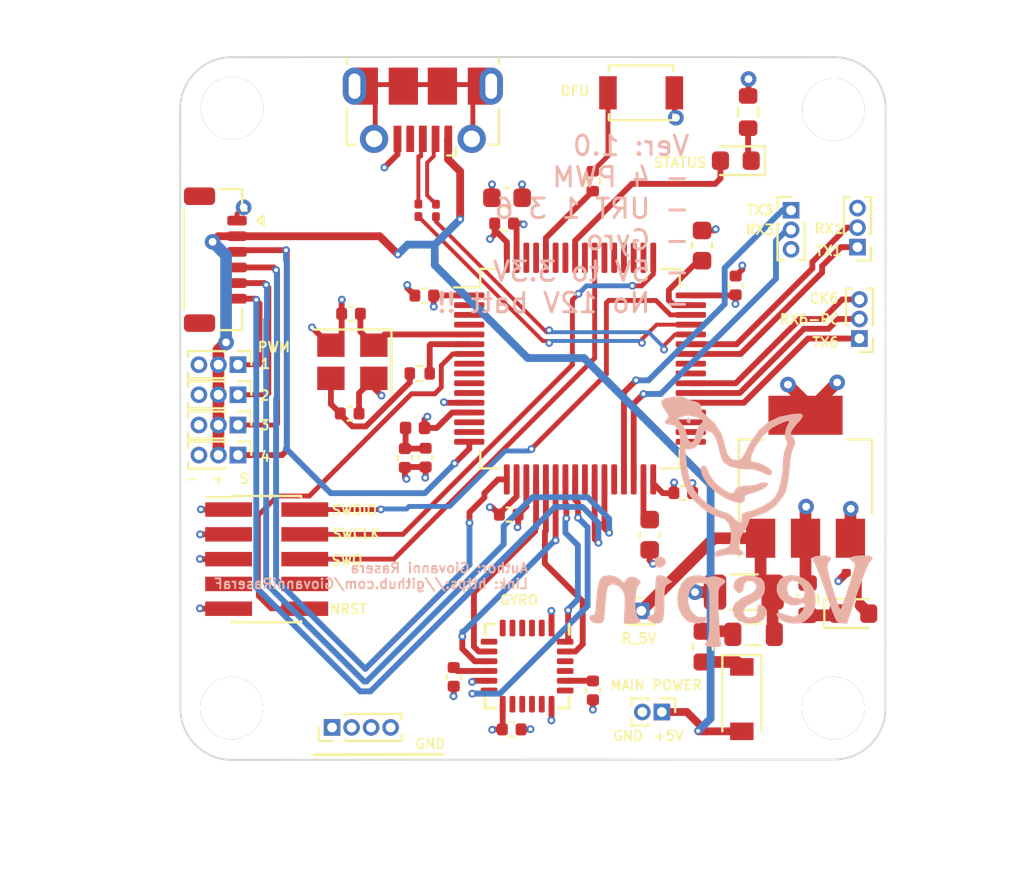
<source format=kicad_pcb>
(kicad_pcb (version 20211014) (generator pcbnew)
  (layers (0 "F.Cu" signal) (1 "In1.Cu" signal) (2 "In2.Cu" signal) (31 "B.Cu" signal) (34 "B.Paste" user) (35 "F.Paste" user) (36 "B.SilkS" user "B.Silkscreen") (37 "F.SilkS" user "F.Silkscreen") (38 "B.Mask" user) (39 "F.Mask" user) (44 "Edge.Cuts" user))
  (net 0 "")
  (net 1 "BUCK_VOUT_3V3")
  (net 2 "GND")
  (net 3 "+3.3VA")
  (net 4 "HSE_IN")
  (net 5 "BUCK_IN")
  (net 6 "Net-(C3-Pad1)")
  (net 7 "Net-(D1-Pad1)")
  (net 8 "Net-(D101-Pad1)")
  (net 9 "+5V")
  (net 10 "Net-(C316-Pad1)")
  (net 11 "Net-(F101-Pad2)")
  (net 12 "USB_CONN_D-")
  (net 13 "USB_CONN_D+")
  (net 14 "Net-(C317-Pad1)")
  (net 15 "Net-(D102-Pad1)")
  (net 16 "SWDIO")
  (net 17 "SWCLK")
  (net 18 "SWO")
  (net 19 "NRST")
  (net 20 "Net-(C1-Pad1)")
  (net 21 "BOOT0")
  (net 22 "HSE_OUT")
  (net 32 "Net-(C12-Pad1)")
  (net 34 "PWM4")
  (net 35 "PWM3")
  (net 37 "USART6_TX")
  (net 42 "USART6_RX")
  (net 45 "USART6_CK")
  (net 46 "USART1_TX")
  (net 47 "USB_D-")
  (net 48 "USB_D+")
  (net 55 "LED0")
  (net 56 "PWM1")
  (net 57 "GYRO_INT_EXTI")
  (net 58 "Net-(R1-Pad2)")
  (net 60 "USART1_RX")
  (net 62 "USART3_TX")
  (net 66 "MPU6000_CS_PIN")
  (net 67 "GYRO_SCK_PIN")
  (net 68 "GYRO_MISO_PIN")
  (net 69 "GYRO_MOSI_PIN")
  (net 70 "PWM2")
  (net 72 "USART3_RX")
  (net 74 "unconnected-(J201-Pad6)")
  (footprint "Connector_PinHeader_1.00mm:PinHeader_1x03_P1.00mm_Vertical" (layer "F.Cu") (at 130.89 103.46 -90)
    (fp_text reference "J208")
    (fp_text value "Conn_01x03_Female")
  )
  (footprint "Capacitor_SMD:C_0402_1005Metric" (layer "F.Cu") (at 144.76 106.51 180)
    (fp_text reference "C8")
    (fp_text value "100n")
  )
  (footprint "Capacitor_SMD:C_0402_1005Metric" (layer "F.Cu") (at 156.38 94.77 90)
    (fp_text reference "C5")
    (fp_text value "100n")
  )
  (footprint "Resistor_SMD:R_0201_0603Metric" (layer "F.Cu") (at 140.13 90.92 -90)
    (fp_text reference "R201")
    (fp_text value "22")
  )
  (footprint "Resistor_SMD:R_0402_1005Metric" (layer "F.Cu") (at 149.06 89.43 90)
    (fp_text reference "R1")
    (fp_text value "10K")
  )
  (footprint "Package_TO_SOT_SMD:SOT-223" (layer "F.Cu") (at 159.96 104.57 90)
    (fp_text reference "VR101")
    (fp_text value "LM3940IMP-3.3/NOPB")
  )
  (footprint "Capacitor_SMD:C_0402_1005Metric" (layer "F.Cu") (at 144.52 91.6)
    (fp_text reference "C6")
    (fp_text value "100n")
  )
  (footprint "Capacitor_SMD:C_0402_1005Metric" (layer "F.Cu") (at 136.61 101.33)
    (fp_text reference "C12")
    (fp_text value "12p")
  )
  (footprint "Capacitor_SMD:C_0402_1005Metric" (layer "F.Cu") (at 153.698 105.402)
    (fp_text reference "C4")
    (fp_text value "100n")
  )
  (footprint "Capacitor_SMD:C_0402_1005Metric" (layer "F.Cu") (at 149.07 115.51 -90)
    (fp_text reference "C317")
    (fp_text value "22n")
  )
  (footprint "Crystal:Crystal_SMD_3225-4Pin_3.2x2.5mm" (layer "F.Cu") (at 136.75 98.68 180)
    (fp_text reference "Y1")
    (fp_text value "16MHz")
  )
  (footprint "Resistor_SMD:R_0201_0603Metric" (layer "F.Cu") (at 141.03 90.93 90)
    (fp_text reference "R202")
    (fp_text value "22")
  )
  (footprint "Connector_PinHeader_1.00mm:PinHeader_1x03_P1.00mm_Vertical" (layer "F.Cu") (at 162.62 92.81 180)
    (fp_text reference "J210")
    (fp_text value "Conn_01x03_Female")
  )
  (footprint "Connector_PinHeader_1.00mm:PinHeader_1x02_P1.00mm_Vertical" (layer "F.Cu") (at 152.6 116.62 -90)
    (fp_text reference "J202")
    (fp_text value "BATTERY")
  )
  (footprint "Sensor_Motion:InvenSense_QFN-24_4x4mm_P0.5mm" (layer "F.Cu") (at 145.7 114.27 -90)
    (fp_text reference "U303")
    (fp_text value "MPU-6000")
  )
  (footprint "Connector_USB:USB_Micro-B_Molex-105017-0001" (layer "F.Cu") (at 140.36 85.8 180)
    (fp_text reference "J201")
    (fp_text value "USB_B_Micro")
  )
  (footprint "Capacitor_SMD:C_0402_1005Metric" (layer "F.Cu") (at 141.94 114.82 -90)
    (fp_text reference "C316")
    (fp_text value "100n")
  )
  (footprint "Capacitor_SMD:C_0603_1608Metric" (layer "F.Cu") (at 151.9765 107.54 -90)
    (fp_text reference "C1")
    (fp_text value "2u2")
  )
  (footprint "Connector_Hirose:Hirose_DF52-6S-0.8H_1x06-1MP_P0.80mm_Horizontal" (layer "F.Cu") (at 129.73 93.45 -90)
    (fp_text reference "J204")
    (fp_text value "Conn_01x06_Male")
  )
  (footprint "Capacitor_SMD:C_0402_1005Metric" (layer "F.Cu") (at 139.44 103.61 -90)
    (fp_text reference "C9")
    (fp_text value "1u")
  )
  (footprint "LED_SMD:LED_0603_1608Metric" (layer "F.Cu") (at 162.41 111.58)
    (fp_text reference "D102")
    (fp_text value "RED")
  )
  (footprint "Connector_PinHeader_1.00mm:PinHeader_1x03_P1.00mm_Vertical" (layer "F.Cu") (at 130.89 101.92 -90)
    (fp_text reference "J207")
    (fp_text value "Conn_01x03_Female")
  )
  (footprint "Resistor_SMD:R_0603_1608Metric" (layer "F.Cu") (at 157.02 85.89 -90)
    (fp_text reference "R3")
    (fp_text value "1K5")
  )
  (footprint "Resistor_SMD:R_0402_1005Metric" (layer "F.Cu") (at 140.2 99.28 180)
    (fp_text reference "R2")
    (fp_text value "47")
  )
  (footprint "LED_SMD:LED_0603_1608Metric" (layer "F.Cu") (at 156.39 88.38 180)
    (fp_text reference "D1")
    (fp_text value "BLUE")
  )
  (footprint "Fuse:Fuse_0603_1608Metric" (layer "F.Cu") (at 154.7 113.27 90)
    (fp_text reference "F101")
    (fp_text value "250mA")
  )
  (footprint "Diode_SMD:D_SOD-123" (layer "F.Cu") (at 156.7 115.96 -90)
    (fp_text reference "D101")
    (fp_text value "B5819W")
  )
  (footprint "Connector_PinHeader_1.00mm:PinHeader_1x03_P1.00mm_Vertical" (layer "F.Cu") (at 162.72 97.49 180)
    (fp_text reference "J209")
    (fp_text value "Conn_01x03_Female")
  )
  (footprint "Capacitor_SMD:C_0402_1005Metric" (layer "F.Cu") (at 140.5 103.59 -90)
    (fp_text reference "C10")
    (fp_text value "10n")
  )
  (footprint "Inductor_SMD:L_0805_2012Metric" (layer "F.Cu") (at 157.3 112.64)
    (fp_text reference "FB101")
    (fp_text value "600 @ 600MHz")
  )
  (footprint "Capacitor_SMD:C_0402_1005Metric" (layer "F.Cu") (at 136.68 96.22 180)
    (fp_text reference "C11")
    (fp_text value "12p")
  )
  (footprint "MountingHole:MountingHole_3.2mm_M3" (layer "F.Cu") (at 161.38 116.42)
    (fp_text reference "H201")
    (fp_text value "MountingHole_Pad")
  )
  (footprint "Connector_PinHeader_1.27mm:PinHeader_2x05_P1.27mm_Vertical_SMD" (layer "F.Cu") (at 132.36 108.79)
    (fp_text reference "J203")
    (fp_text value "SWD_CONN")
  )
  (footprint "Connector_PinHeader_1.00mm:PinHeader_1x03_P1.00mm_Vertical" (layer "F.Cu") (at 130.89 100.37 -90)
    (fp_text reference "J206")
    (fp_text value "Conn_01x03_Female" hide)
  )
  (footprint "Capacitor_SMD:C_0603_1608Metric" (layer "F.Cu") (at 154.66 92.73 90)
    (fp_text reference "C3")
    (fp_text value "2u2")
  )
  (footprint "MountingHole:MountingHole_3.2mm_M3" (layer "F.Cu") (at 161.39 85.77)
    (fp_text reference "H203")
    (fp_text value "MountingHole_Pad")
  )
  (footprint "Capacitor_SMD:C_0603_1608Metric" (layer "F.Cu") (at 144.67 90.28)
    (fp_text reference "C2")
    (fp_text value "4u7")
  )
  (footprint "Capacitor_SMD:C_0402_1005Metric" (layer "F.Cu") (at 140.43 95.29 180)
    (fp_text reference "C7")
    (fp_text value "100n")
  )
  (footprint "MountingHole:MountingHole_3.2mm_M3" (layer "F.Cu") (at 130.59 85.69)
    (fp_text reference "H204")
    (fp_text value "MountingHole_Pad")
  )
  (footprint "Inductor_SMD:L_0402_1005Metric" (layer "F.Cu") (at 139.96 102.07 180)
    (fp_text reference "L1")
    (fp_text value "39n")
  )
  (footprint "Capacitor_SMD:C_0402_1005Metric" (layer "F.Cu") (at 144.91 117.51)
    (fp_text reference "C315")
    (fp_text value "100n")
  )
  (footprint "Connector_PinHeader_1.00mm:PinHeader_1x03_P1.00mm_Vertical" (layer "F.Cu") (at 159.22 90.92)
    (fp_text reference "J211")
    (fp_text value "Conn_01x03_Female")
  )
  (footprint "MountingHole:MountingHole_3.2mm_M3" (layer "F.Cu") (at 130.57 116.42)
    (fp_text reference "H202")
    (fp_text value "MountingHole_Pad")
  )
  (footprint "Connector_PinHeader_1.00mm:PinHeader_1x03_P1.00mm_Vertical" (layer "F.Cu") (at 130.89 98.83 -90)
    (fp_text reference "J205")
    (fp_text value "Conn_01x03_Female")
  )
  (footprint "Capacitor_SMD:C_1206_3216Metric" (layer "F.Cu") (at 156.8 110.48 180)
    (fp_text reference "C101")
    (fp_text value "0u47")
  )
  (footprint "Package_QFP:LQFP-64_10x10mm_P0.5mm" (layer "F.Cu") (at 148.41 99.03)
    (fp_text reference "U1")
    (fp_text value "STM32F405RGT6")
  )
  (footprint "Button_Switch_SMD:SW_SPST_B3U-1000P" (layer "F.Cu") (at 151.54 84.905 180)
    (fp_text reference "SW1")
    (fp_text value "SW_SPDT")
  )
  (footprint "Connector_PinHeader_1.00mm:PinHeader_1x01_P1.00mm_Vertical" (layer "F.Cu") (at 151.55 111.44)
    (fp_text reference "J101")
    (fp_text value "+5V")
  )
  (footprint "Capacitor_SMD:C_0201_0603Metric" (layer "F.Cu") (at 162.37 109.49 180)
    (fp_text reference "C102")
    (fp_text value "33u")
  )
  (footprint "Connector_PinHeader_1.00mm:PinHeader_1x04_P1.00mm_Vertical" (layer "F.Cu") (at 135.71 117.41 90)
    (fp_text reference "J102")
    (fp_text value "GND")
  )
  (footprint "Resistor_SMD:R_0603_1608Metric" (layer "F.Cu") (at 160.07 110.84 -90)
    (fp_text reference "R101")
    (fp_text value "1K")
  )
  (footprint "Footprints:LogoVespin20x17p5" (layer "B.Cu") (at 156.23 106.85 180)
    (fp_text reference "G***")
    (fp_text value "LOGO" hide)
  )
  (gr_line (start 134.79 118.8) (end 141.37 118.79) (layer "F.SilkS") (width 0.15))
  (gr_arc (start 130.548478 119.07) (mid 128.710272 118.299778) (end 127.940001 116.461592) (layer "Edge.Cuts") (width 0.1))
  (gr_arc (start 161.441522 83.078478) (mid 163.286553 83.839188) (end 164.061432 85.678313) (layer "Edge.Cuts") (width 0.1))
  (gr_arc (start 164.051521 116.461522) (mid 163.286122 118.287252) (end 161.459924 119.051534) (layer "Edge.Cuts") (width 0.1))
  (gr_line (start 127.928478 85.68) (end 127.940001 116.461592) (layer "Edge.Cuts") (width 0.1))
  (gr_line (start 130.548478 119.07) (end 161.459924 119.051534) (layer "Edge.Cuts") (width 0.1))
  (gr_line (start 164.061432 85.678313) (end 164.051521 116.461522) (layer "Edge.Cuts") (width 0.1))
  (gr_line (start 144.04 83.07) (end 161.441522 83.078478) (layer "Edge.Cuts") (width 0.1))
  (gr_line (start 130.528672 83.078504) (end 144.04 83.07) (layer "Edge.Cuts") (width 0.1))
  (gr_arc (start 127.928478 85.68) (mid 128.704288 83.855227) (end 130.528672 83.078504) (layer "Edge.Cuts") (width 0.1))
  (gr_text "Ver: 1.0\n- 4 PWM\n- URT 1 3 6\n- Gyro\n- 5V to 3.3V\n- No 12V batt !!" (at 154.1 91.64) (layer "B.SilkS") (effects (font (size 1 1)) (justify left mirror)))
  (gr_text "Author: Giovanni Rasera\nLink: https://github.com/GiovanniRaseraF" (at 145.81 109.65) (layer "B.SilkS") (effects (font (size 0.5 0.5) (thickness 0.1)) (justify left mirror)))
  (gr_text "DFU" (at 148.15 84.81) (layer "F.SilkS") (effects (font (size 0.5 0.5) (thickness 0.1))))
  (gr_text "PWM" (at 132.73 97.93) (layer "F.SilkS") (effects (font (size 0.5 0.5) (thickness 0.1))))
  (gr_text "TX1" (at 161.15 93) (layer "F.SilkS") (effects (font (size 0.5 0.5) (thickness 0.1))))
  (gr_text "CK6" (at 160.91 95.44) (layer "F.SilkS") (effects (font (size 0.5 0.5) (thickness 0.1))))
  (gr_text "SWCLK" (at 136.95 107.5) (layer "F.SilkS") (effects (font (size 0.5 0.5) (thickness 0.1))))
  (gr_text "+5V\n" (at 152.95 117.84) (layer "F.SilkS") (effects (font (size 0.5 0.5) (thickness 0.1))))
  (gr_text "SWDIO" (at 136.85 106.28) (layer "F.SilkS") (effects (font (size 0.5 0.5) (thickness 0.1))))
  (gr_text "R_5V\n" (at 151.42 112.85) (layer "F.SilkS") (effects (font (size 0.5 0.5) (thickness 0.1))))
  (gr_text "GND\n" (at 150.87 117.85) (layer "F.SilkS") (effects (font (size 0.5 0.5) (thickness 0.1))))
  (gr_text "TX3" (at 157.62 90.91) (layer "F.SilkS") (effects (font (size 0.5 0.5) (thickness 0.1))))
  (gr_text "RX1" (at 161.16 91.86) (layer "F.SilkS") (effects (font (size 0.5 0.5) (thickness 0.1))))
  (gr_text "3" (at 132.25 101.93) (layer "F.SilkS") (effects (font (size 0.5 0.5) (thickness 0.1))))
  (gr_text "MAIN POWER\n" (at 152.31 115.25) (layer "F.SilkS") (effects (font (size 0.5 0.5) (thickness 0.1))))
  (gr_text "4" (at 132.28 103.54) (layer "F.SilkS") (effects (font (size 0.5 0.5) (thickness 0.1))))
  (gr_text "GND\n" (at 140.74 118.25) (layer "F.SilkS") (effects (font (size 0.5 0.5) (thickness 0.1))))
  (gr_text "-  +  S" (at 129.82 104.67) (layer "F.SilkS") (effects (font (size 0.5 0.5) (thickness 0.1))))
  (gr_text "GYRO" (at 145.28 110.89) (layer "F.SilkS") (effects (font (size 0.5 0.5) (thickness 0.1))))
  (gr_text "RX3" (at 157.63 91.92) (layer "F.SilkS") (effects (font (size 0.5 0.5) (thickness 0.1))))
  (gr_text "TX6" (at 160.99 97.69) (layer "F.SilkS") (effects (font (size 0.5 0.5) (thickness 0.1))))
  (gr_text "2" (at 132.25 100.41) (layer "F.SilkS") (effects (font (size 0.5 0.5) (thickness 0.1))))
  (gr_text "SWO" (at 136.47 108.85) (layer "F.SilkS") (effects (font (size 0.5 0.5) (thickness 0.1))))
  (gr_text "RX6-RC" (at 160.18 96.51) (layer "F.SilkS") (effects (font (size 0.5 0.5) (thickness 0.1))))
  (gr_text "NRST" (at 136.55 111.35) (layer "F.SilkS") (effects (font (size 0.5 0.5) (thickness 0.1))))
  (gr_text "1" (at 132.3 98.78) (layer "F.SilkS") (effects (font (size 0.5 0.5) (thickness 0.1))))
  (gr_text "STATUS" (at 153.54 88.48) (layer "F.SilkS") (effects (font (size 0.5 0.5) (thickness 0.1))))
  (segment (start 145.24 107.13) (end 145.21 107.16) (width 0.3) (layer "F.Cu") (net 1))
  (segment (start 162.77952 111.16202) (end 163.1975 111.58) (width 0.6) (layer "F.Cu") (net 1))
  (segment (start 162.26 106.23) (end 162.28 106.21) (width 0.6) (layer "F.Cu") (net 1))
  (segment (start 152.654 105.41) (end 153.21 105.41) (width 0.3) (layer "F.Cu") (net 1))
  (segment (start 145.24 106.51) (end 145.24 107.13) (width 0.3) (layer "F.Cu") (net 1))
  (segment (start 156.38 95.25) (end 156.38 95.71) (width 0.3) (layer "F.Cu") (net 1))
  (segment (start 152.16 104.916) (end 152.654 105.41) (width 0.3) (layer "F.Cu") (net 1))
  (segment (start 141.859639 101.28) (end 141.069639 102.07) (width 0.3) (layer "F.Cu") (net 1))
  (segment (start 144.04 91.93) (end 144.66 92.55) (width 0.3) (layer "F.Cu") (net 1))
  (segment (start 153.218 104.872) (end 153.228 104.862) (width 0.3) (layer "F.Cu") (net 1))
  (segment (start 162.69 108.15) (end 162.26 107.72) (width 0.3) (layer "F.Cu") (net 1))
  (segment (start 152.16 104.705) (end 152.16 104.916) (width 0.3) (layer "F.Cu") (net 1))
  (segment (start 162.69 109.49) (end 162.69 108.15) (width 0.3) (layer "F.Cu") (net 1))
  (segment (start 156.38 95.71) (end 156.37 95.72) (width 0.3) (layer "F.Cu") (net 1))
  (segment (start 162.69 109.49) (end 162.69 111.0725) (width 0.3) (layer "F.Cu") (net 1))
  (segment (start 153.21 105.41) (end 153.218 105.402) (width 0.3) (layer "F.Cu") (net 1))
  (segment (start 144.66 92.55) (end 144.66 93.355) (width 0.3) (layer "F.Cu") (net 1))
  (segment (start 140.92 95.28) (end 142.735 95.28) (width 0.3) (layer "F.Cu") (net 1))
  (segment (start 140.91 95.29) (end 140.92 95.28) (width 0.3) (layer "F.Cu") (net 1))
  (segment (start 144.43 117.51) (end 143.93 117.51) (width 0.3) (layer "F.Cu") (net 1))
  (segment (start 156.35 95.28) (end 156.38 95.25) (width 0.3) (layer "F.Cu") (net 1))
  (segment (start 162.69 111.0725) (end 162.77952 111.16202) (width 0.3) (layer "F.Cu") (net 1))
  (segment (start 144.04 92.15) (end 143.8 92.39) (width 0.3) (layer "F.Cu") (net 1))
  (segment (start 130.41 106.25) (end 129 106.25) (width 0.3) (layer "F.Cu") (net 1))
  (segment (start 142.735 101.28) (end 141.859639 101.28) (width 0.3) (layer "F.Cu") (net 1))
  (segment (start 143.895 89.595) (end 143.9 89.59) (width 0.3) (layer "F.Cu") (net 1))
  (segment (start 162.26 107.72) (end 162.26 106.23) (width 0.6) (layer "F.Cu") (net 1))
  (segment (start 141.069639 102.07) (end 140.445 102.07) (width 0.3) (layer "F.Cu") (net 1))
  (segment (start 153.24 84.905) (end 153.24 86.1) (width 0.25) (layer "F.Cu") (net 1))
  (segment (start 140.445 102.07) (end 140.445 101.635) (width 0.3) (layer "F.Cu") (net 1))
  (segment (start 145.66 104.705) (end 145.66 106.09) (width 0.3) (layer "F.Cu") (net 1))
  (segment (start 140.91 95.85) (end 140.92 95.86) (width 0.3) (layer "F.Cu") (net 1))
  (segment (start 129 106.25) (end 128.99 106.24) (width 0.3) (layer "F.Cu") (net 1))
  (segment (start 143.895 90.28) (end 143.895 89.595) (width 0.3) (layer "F.Cu") (net 1))
  (segment (start 140.91 95.29) (end 140.91 95.85) (width 0.3) (layer "F.Cu") (net 1))
  (segment (start 144.04 91.6) (end 144.04 92.15) (width 0.3) (layer "F.Cu") (net 1))
  (segment (start 144.04 91.6) (end 144.04 91.93) (width 0.3) (layer "F.Cu") (net 1))
  (segment (start 153.24 86.1) (end 153.32 86.18) (width 0.25) (layer "F.Cu") (net 1))
  (segment (start 144.45 116.22) (end 144.45 117.49) (width 0.3) (layer "F.Cu") (net 1))
  (segment (start 143.93 117.51) (end 143.91 117.53) (width 0.3) (layer "F.Cu") (net 1))
  (segment (start 144.45 117.49) (end 144.43 117.51) (width 0.3) (layer "F.Cu") (net 1))
  (segment (start 154.085 95.28) (end 156.35 95.28) (width 0.3) (layer "F.Cu") (net 1))
  (segment (start 153.218 105.402) (end 153.218 104.872) (width 0.3) (layer "F.Cu") (net 1))
  (segment (start 145.66 106.09) (end 145.24 106.51) (width 0.3) (layer "F.Cu") (net 1))
  (segment (start 140.445 101.635) (end 140.59 101.49) (width 0.3) (layer "F.Cu") (net 1))
  (via (at 128.99 106.24) (size 0.4) (drill 0.2) (layers "F.Cu" "B.Cu") (net 1))
  (via (at 156.37 95.72) (size 0.4) (drill 0.2) (layers "F.Cu" "B.Cu") (net 1))
  (via (at 140.92 95.86) (size 0.4) (drill 0.2) (layers "F.Cu" "B.Cu") (net 1))
  (via (at 143.91 117.53) (size 0.4) (drill 0.2) (layers "F.Cu" "B.Cu") (net 1))
  (via (at 145.21 107.16) (size 0.4) (drill 0.2) (layers "F.Cu" "B.Cu") (net 1))
  (via (at 153.32 86.18) (size 0.8) (drill 0.4) (layers "F.Cu" "B.Cu") (net 1))
  (via (at 143.9 89.59) (size 0.4) (drill 0.2) (layers "F.Cu" "B.Cu") (net 1))
  (via (at 162.28 106.21) (size 0.8) (drill 0.4) (layers "F.Cu" "B.Cu") (net 1))
  (via (at 143.8 92.39) (size 0.4) (drill 0.2) (layers "F.Cu" "B.Cu") (net 1))
  (via (at 153.228 104.862) (size 0.4) (drill 0.2) (layers "F.Cu" "B.Cu") (net 1))
  (via (at 140.59 101.49) (size 0.4) (drill 0.2) (layers "F.Cu" "B.Cu") (net 1))
  (segment (start 128.95 108.79) (end 128.94 108.78) (width 0.3) (layer "F.Cu") (net 2))
  (segment (start 136.2 95.51) (end 136.21 95.5) (width 0.3) (layer "F.Cu") (net 2))
  (segment (start 139.06 88.06) (end 138.39 88.73) (width 0.3) (layer "F.Cu") (net 2))
  (segment (start 130.84 91.45) (end 130.84 91.11) (width 0.25) (layer "F.Cu") (net 2))
  (segment (start 159.96 100.75) (end 159.06 99.85) (width 0.6) (layer "F.Cu") (net 2))
  (segment (start 146.95 116.22) (end 146.95 117.04) (width 0.3) (layer "F.Cu") (net 2))
  (segment (start 145.86 117.51) (end 145.87 117.5) (width 0.3) (layer "F.Cu") (net 2))
  (segment (start 159.96 101.42) (end 159.96 100.75) (width 0.6) (layer "F.Cu") (net 2))
  (segment (start 140.5 104.6) (end 140.48 104.62) (width 0.3) (layer "F.Cu") (net 2))
  (segment (start 159.96 109.905) (end 160.07 110.015) (width 0.6) (layer "F.Cu") (net 2))
  (segment (start 151.9765 108.315) (end 151.9765 108.8605) (width 0.3) (layer "F.Cu") (net 2))
  (segment (start 130.41 108.79) (end 128.95 108.79) (width 0.3) (layer "F.Cu") (net 2))
  (segment (start 151.9765 108.8605) (end 152.146 109.03) (width 0.3) (layer "F.Cu") (net 2))
  (segment (start 145 91.6) (end 145.16 91.76) (width 0.3) (layer "F.Cu") (net 2))
  (segment (start 139.06 87.2625) (end 139.06 88.06) (width 0.3) (layer "F.Cu") (net 2))
  (segment (start 142.94 115.02) (end 142.88 115.08) (width 0.3) (layer "F.Cu") (net 2))
  (segment (start 156.72 93.95) (end 156.38 94.29) (width 0.3) (layer "F.Cu") (net 2))
  (segment (start 137.85 100.02) (end 138.241444 100.411444) (width 0.3) (layer "F.Cu") (net 2))
  (segment (start 130.84 91.11) (end 131.18 90.77) (width 0.25) (layer "F.Cu") (net 2))
  (segment (start 139.56 94.9) (end 139.95 95.29) (width 0.3) (layer "F.Cu") (net 2))
  (segment (start 159.96 107.72) (end 159.96 109.905) (width 0.6) (layer "F.Cu") (net 2))
  (segment (start 145.445 90.28) (end 145.445 89.595) (width 0.3) (layer "F.Cu") (net 2))
  (segment (start 141.94 115.8) (end 141.93 115.81) (width 0.3) (layer "F.Cu") (net 2))
  (segment (start 130.41 111.33) (end 128.96 111.33) (width 0.3) (layer "F.Cu") (net 2))
  (segment (start 135.65 97.83) (end 135.59 97.83) (width 0.3) (layer "F.Cu") (net 2))
  (segment (start 139.44 104.09) (end 139.44 104.6) (width 0.3) (layer "F.Cu") (net 2))
  (segment (start 146.95 111.45) (end 146.94 111.44) (width 0.3) (layer "F.Cu") (net 2))
  (segment (start 162.05 109.51) (end 161.64 109.92) (width 0.4) (layer "F.Cu") (net 2))
  (segment (start 154.178 105.402) (end 154.178 104.902) (width 0.3) (layer "F.Cu") (net 2))
  (segment (start 145.16 105.580361) (end 144.28 106.460361) (width 0.3) (layer "F.Cu") (net 2))
  (segment (start 159.96 101.36) (end 161.58 99.74) (width 0.6) (layer "F.Cu") (net 2))
  (segment (start 128.96 111.33) (end 128.94 111.31) (width 0.3) (layer "F.Cu") (net 2))
  (segment (start 162.05 109.49) (end 162.05 109.51) (width 0.4) (layer "F.Cu") (net 2))
  (segment (start 145.48 91.6) (end 145.52 91.64) (width 0.3) (layer "F.Cu") (net 2))
  (segment (start 139.44 104.6) (end 139.52 104.68) (width 0.3) (layer "F.Cu") (net 2))
  (segment (start 141.47 100.78) (end 141.44 100.75) (width 0.3) (layer "F.Cu") (net 2))
  (segment (start 146.95 117.04) (end 146.94 117.05) (width 0.3) (layer "F.Cu") (net 2))
  (segment (start 139.56 94.75) (end 139.56 94.9) (width 0.3) (layer "F.Cu") (net 2))
  (segment (start 154.178 104.902) (end 154.168 104.892) (width 0.3) (layer "F.Cu") (net 2))
  (segment (start 155.325 110.48) (end 154.3 110.48) (width 0.6) (layer "F.Cu") (net 2))
  (segment (start 136.2 97.28) (end 135.65 97.83) (width 0.3) (layer "F.Cu") (net 2))
  (segment (start 140.5 104.07) (end 139.46 104.07) (width 0.3) (layer "F.Cu") (net 2))
  (segment (start 146.95 112.32) (end 146.95 111.45) (width 0.3) (layer "F.Cu") (net 2))
  (segment (start 137.09 100.29) (end 137.85 99.53) (width 0.3) (layer "F.Cu") (net 2))
  (segment (start 154.66 91.955) (end 155.295 91.955) (width 0.3) (layer "F.Cu") (net 2))
  (segment (start 145.39 117.51) (end 145.86 117.51) (width 0.3) (layer "F.Cu") (net 2))
  (segment (start 159.96 107.72) (end 159.96 106.13) (width 0.6) (layer "F.Cu") (net 2))
  (segment (start 141.94 115.3) (end 141.94 115.8) (width 0.3) (layer "F.Cu") (net 2))
  (segment (start 145.445 89.595) (end 145.44 89.59) (width 0.3) (layer "F.Cu") (net 2))
  (segment (start 145.16 104.705) (end 145.16 105.580361) (width 0.3) (layer "F.Cu") (net 2))
  (segment (start 145 91.6) (end 145.48 91.6) (width 0.3) (layer "F.Cu") (net 2))
  (segment (start 157.04 85.045) (end 157.02 85.065) (width 0.3) (layer "F.Cu") (net 2))
  (segment (start 157.04 84.2) (end 157.04 85.045) (width 0.3) (layer "F.Cu") (net 2))
  (segment (start 143.75 115.02) (end 142.94 115.02) (width 0.3) (layer "F.Cu") (net 2))
  (segment (start 145.16 91.76) (end 145.16 93.355) (width 0.3) (layer "F.Cu") (net 2))
  (segment (start 130.41 107.52) (end 128.95 107.52) (width 0.3) (layer "F.Cu") (net 2))
  (segment (start 140.5 104.07) (end 140.5 104.6) (width 0.3) (layer "F.Cu") (net 2))
  (segment (start 139.46 104.07) (end 139.44 104.09) (width 0.3) (layer "F.Cu") (net 2))
  (segment (start 137.85 99.53) (end 137.85 100.02) (width 0.3) (layer "F.Cu") (net 2))
  (segment (start 143.79 106.13) (end 143.9 106.13) (width 0.3) (layer "F.Cu") (net 2))
  (segment (start 156.72 93.75) (end 156.72 93.95) (width 0.3) (layer "F.Cu") (net 2))
  (segment (start 135.59 97.83) (end 134.68 96.92) (width 0.3) (layer "F.Cu") (net 2))
  (segment (start 137.09 101.33) (end 137.09 100.29) (width 0.3) (layer "F.Cu") (net 2))
  (segment (start 159.96 101.42) (end 159.96 101.36) (width 0.6) (layer "F.Cu") (net 2))
  (segment (start 159.96 106.13) (end 159.99 106.1) (width 0.6) (layer "F.Cu") (net 2))
  (segment (start 136.2 96.22) (end 136.2 97.28) (width 0.3) (layer "F.Cu") (net 2))
  (segment (start 155.295 91.955) (end 155.36 91.89) (width 0.3) (layer "F.Cu") (net 2))
  (segment (start 143.9 106.13) (end 144.28 106.51) (width 0.3) (layer "F.Cu") (net 2))
  (segment (start 144.28 106.460361) (end 144.28 106.51) (width 0.3) (layer "F.Cu") (net 2))
  (segment (start 136.2 96.22) (end 136.2 95.51) (width 0.3) (layer "F.Cu") (net 2))
  (segment (start 149.07 115.99) (end 149.07 116.5) (width 0.3) (layer "F.Cu") (net 2))
  (segment (start 142.735 100.78) (end 141.47 100.78) (width 0.3) (layer "F.Cu") (net 2))
  (via (at 142.88 115.08) (size 0.4) (drill 0.2) (layers "F.Cu" "B.Cu") (net 2))
  (via (at 141.93 115.81) (size 0.4) (drill 0.2) (layers "F.Cu" "B.Cu") (net 2))
  (via (at 139.56 94.75) (size 0.4) (drill 0.2) (layers "F.Cu" "B.Cu") (net 2))
  (via (at 138.241444 100.411444) (size 0.4) (drill 0.2) (layers "F.Cu" "B.Cu") (net 2))
  (via (at 146.94 117.05) (size 0.4) (drill 0.2) (layers "F.Cu" "B.Cu") (net 2))
  (via (at 152.146 109.03) (size 0.4) (drill 0.2) (layers "F.Cu" "B.Cu") (net 2))
  (via (at 154.168 104.892) (size 0.4) (drill 0.2) (layers "F.Cu" "B.Cu") (net 2))
  (via (at 139.52 104.68) (size 0.4) (drill 0.2) (layers "F.Cu" "B.Cu") (net 2))
  (via (at 131.18 90.77) (size 0.8) (drill 0.4) (layers "F.Cu" "B.Cu") (net 2))
  (via (at 143.79 106.13) (size 0.4) (drill 0.2) (layers "F.Cu" "B.Cu") (net 2))
  (via (at 145.44 89.59) (size 0.4) (drill 0.2) (layers "F.Cu" "B.Cu") (net 2))
  (via (at 154.3 110.48) (size 0.8) (drill 0.4) (layers "F.Cu" "B.Cu") (net 2))
  (via (at 145.52 91.64) (size 0.4) (drill 0.2) (layers "F.Cu" "B.Cu") (net 2))
  (via (at 145.87 117.5) (size 0.4) (drill 0.2) (layers "F.Cu" "B.Cu") (net 2))
  (via (at 146.94 111.44) (size 0.4) (drill 0.2) (layers "F.Cu" "B.Cu") (net 2))
  (via (at 138.39 88.73) (size 0.4) (drill 0.2) (layers "F.Cu" "B.Cu") (net 2))
  (via (at 156.72 93.75) (size 0.4) (drill 0.2) (layers "F.Cu" "B.Cu") (net 2))
  (via (at 128.95 107.52) (size 0.4) (drill 0.2) (layers "F.Cu" "B.Cu") (net 2))
  (via (at 149.07 116.5) (size 0.4) (drill 0.2) (layers "F.Cu" "B.Cu") (net 2))
  (via (at 155.36 91.89) (size 0.4) (drill 0.2) (layers "F.Cu" "B.Cu") (net 2))
  (via (at 140.48 104.62) (size 0.4) (drill 0.2) (layers "F.Cu" "B.Cu") (net 2))
  (via (at 134.68 96.92) (size 0.4) (drill 0.2) (layers "F.Cu" "B.Cu") (net 2))
  (via (at 161.64 109.92) (size 0.4) (drill 0.2) (layers "F.Cu" "B.Cu") (net 2))
  (via (at 159.06 99.85) (size 0.8) (drill 0.4) (layers "F.Cu" "B.Cu") (net 2))
  (via (at 141.44 100.75) (size 0.4) (drill 0.2) (layers "F.Cu" "B.Cu") (net 2))
  (via (at 128.94 108.78) (size 0.4) (drill 0.2) (layers "F.Cu" "B.Cu") (net 2))
  (via (at 157.04 84.2) (size 0.8) (drill 0.4) (layers "F.Cu" "B.Cu") (net 2))
  (via (at 136.21 95.5) (size 0.4) (drill 0.2) (layers "F.Cu" "B.Cu") (net 2))
  (via (at 128.94 111.31) (size 0.4) (drill 0.2) (layers "F.Cu" "B.Cu") (net 2))
  (via (at 161.58 99.74) (size 0.8) (drill 0.4) (layers "F.Cu" "B.Cu") (net 2))
  (via (at 159.99 106.1) (size 0.8) (drill 0.4) (layers "F.Cu" "B.Cu") (net 2))
  (segment (start 139.44 103.13) (end 140.48 103.13) (width 0.3) (layer "F.Cu") (net 3))
  (segment (start 139.475 102.07) (end 139.475 103.095) (width 0.3) (layer "F.Cu") (net 3))
  (segment (start 139.475 103.095) (end 139.44 103.13) (width 0.3) (layer "F.Cu") (net 3))
  (segment (start 140.48 103.13) (end 140.5 103.11) (width 0.3) (layer "F.Cu") (net 3))
  (segment (start 142.735 97.28) (end 138.4 97.28) (width 0.3) (layer "F.Cu") (net 4))
  (segment (start 138.4 97.28) (end 137.85 97.83) (width 0.3) (layer "F.Cu") (net 4))
  (segment (start 137.16 96.22) (end 137.16 97.14) (width 0.3) (layer "F.Cu") (net 4))
  (segment (start 137.16 97.14) (end 137.85 97.83) (width 0.3) (layer "F.Cu") (net 4))
  (segment (start 158.275 110.48) (end 158.275 112.5525) (width 0.6) (layer "F.Cu") (net 5))
  (segment (start 157.66 107.72) (end 155.27 107.72) (width 0.6) (layer "F.Cu") (net 5))
  (segment (start 158.275 112.5525) (end 158.3625 112.64) (width 0.6) (layer "F.Cu") (net 5))
  (segment (start 155.27 107.72) (end 151.55 111.44) (width 0.6) (layer "F.Cu") (net 5))
  (segment (start 157.66 109.865) (end 158.275 110.48) (width 0.6) (layer "F.Cu") (net 5))
  (segment (start 157.66 107.72) (end 157.66 109.865) (width 0.6) (layer "F.Cu") (net 5))
  (segment (start 154.465 93.505) (end 154.66 93.505) (width 0.3) (layer "F.Cu") (net 6))
  (segment (start 153.209639 95.78) (end 152.96048 95.530841) (width 0.3) (layer "F.Cu") (net 6))
  (segment (start 152.96048 95.00952) (end 154.465 93.505) (width 0.3) (layer "F.Cu") (net 6))
  (segment (start 152.96048 95.530841) (end 152.96048 95.00952) (width 0.3) (layer "F.Cu") (net 6))
  (segment (start 154.085 95.78) (end 153.209639 95.78) (width 0.3) (layer "F.Cu") (net 6))
  (segment (start 157.02 88.2225) (end 157.1775 88.38) (width 0.3) (layer "F.Cu") (net 7))
  (segment (start 157.02 86.715) (end 157.02 88.2225) (width 0.3) (layer "F.Cu") (net 7))
  (segment (start 154.7 114.0575) (end 156.4475 114.0575) (width 0.6) (layer "F.Cu") (net 8))
  (segment (start 156.4475 114.0575) (end 156.7 114.31) (width 0.6) (layer "F.Cu") (net 8))
  (segment (start 142.27 88.93) (end 141.65 88.31) (width 0.4) (layer "F.Cu") (net 9))
  (segment (start 129.89 98.08) (end 130.28 97.69) (width 0.6) (layer "F.Cu") (net 9))
  (segment (start 129.89 98.83) (end 129.89 100.37) (width 0.6) (layer "F.Cu") (net 9))
  (segment (start 142.27 91.38) (end 142.27 88.93) (width 0.4) (layer "F.Cu") (net 9))
  (segment (start 154.48 117.61) (end 154.46 117.59) (width 0.4) (layer "F.Cu") (net 9))
  (segment (start 130.84 92.25) (end 129.88 92.25) (width 0.4) (layer "F.Cu") (net 9))
  (segment (start 141.65 87.2725) (end 141.66 87.2625) (width 0.4) (layer "F.Cu") (net 9))
  (segment (start 154.87 117.61) (end 153.88 116.62) (width 0.4) (layer "F.Cu") (net 9))
  (segment (start 153.88 116.62) (end 152.6 116.62) (width 0.4) (layer "F.Cu") (net 9))
  (segment (start 129.88 92.25) (end 129.59 92.54) (width 0.4) (layer "F.Cu") (net 9))
  (segment (start 154.87 117.61) (end 154.48 117.61) (width 0.4) (layer "F.Cu") (net 9))
  (segment (start 129.89 100.37) (end 129.89 101.92) (width 0.6) (layer "F.Cu") (net 9))
  (segment (start 141.65 88.31) (end 141.65 87.2725) (width 0.4) (layer "F.Cu") (net 9))
  (segment (start 129.89 101.92) (end 129.89 103.46) (width 0.6) (layer "F.Cu") (net 9))
  (segment (start 129.89 98.83) (end 129.89 98.08) (width 0.6) (layer "F.Cu") (net 9))
  (segment (start 156.7 117.61) (end 154.87 117.61) (width 0.4) (layer "F.Cu") (net 9))
  (segment (start 138.15 92.25) (end 130.84 92.25) (width 0.4) (layer "F.Cu") (net 9))
  (segment (start 139.08 93.18) (end 138.15 92.25) (width 0.4) (layer "F.Cu") (net 9))
  (via (at 130.28 97.69) (size 0.8) (drill 0.4) (layers "F.Cu" "B.Cu") (net 9))
  (via (at 154.46 117.59) (size 0.4) (drill 0.2) (layers "F.Cu" "B.Cu") (net 9))
  (via (at 139.08 93.18) (size 0.4) (drill 0.2) (layers "F.Cu" "B.Cu") (net 9))
  (via (at 129.59 92.54) (size 0.8) (drill 0.4) (layers "F.Cu" "B.Cu") (net 9))
  (via (at 142.27 91.38) (size 0.4) (drill 0.2) (layers "F.Cu" "B.Cu") (net 9))
  (segment (start 145.73 98.49) (end 140.97 93.73) (width 0.4) (layer "B.Cu") (net 9))
  (segment (start 140.97 93.73) (end 140.97 92.68) (width 0.4) (layer "B.Cu") (net 9))
  (segment (start 155.099511 104.975673) (end 148.613838 98.49) (width 0.4) (layer "B.Cu") (net 9))
  (segment (start 148.613838 98.49) (end 145.73 98.49) (width 0.4) (layer "B.Cu") (net 9))
  (segment (start 155.099511 116.950489) (end 155.099511 104.975673) (width 0.4) (layer "B.Cu") (net 9))
  (segment (start 130.28 97.69) (end 130.28 93.23) (width 0.6) (layer "B.Cu") (net 9))
  (segment (start 154.46 117.59) (end 155.099511 116.950489) (width 0.4) (layer "B.Cu") (net 9))
  (segment (start 140.97 92.68) (end 139.58 92.68) (width 0.4) (layer "B.Cu") (net 9))
  (segment (start 139.58 92.68) (end 139.08 93.18) (width 0.4) (layer "B.Cu") (net 9))
  (segment (start 130.28 93.23) (end 129.59 92.54) (width 0.6) (layer "B.Cu") (net 9))
  (segment (start 140.97 92.68) (end 142.27 91.38) (width 0.4) (layer "B.Cu") (net 9))
  (segment (start 143.75 114.52) (end 142.12 114.52) (width 0.3) (layer "F.Cu") (net 10))
  (segment (start 142.12 114.52) (end 141.94 114.34) (width 0.3) (layer "F.Cu") (net 10))
  (segment (start 154.7 112.4825) (end 156.08 112.4825) (width 0.6) (layer "F.Cu") (net 11))
  (segment (start 156.08 112.4825) (end 156.2375 112.64) (width 0.6) (layer "F.Cu") (net 11))
  (segment (start 140.580001 88.482904) (end 140.580001 90.160001) (width 0.2) (layer "F.Cu") (net 12))
  (segment (start 140.919511 87.332989) (end 140.919511 88.143394) (width 0.2) (layer "F.Cu") (net 12))
  (segment (start 140.919511 88.143394) (end 140.580001 88.482904) (width 0.2) (layer "F.Cu") (net 12))
  (segment (start 141.07 87.1825) (end 140.919511 87.332989) (width 0.2) (layer "F.Cu") (net 12))
  (segment (start 140.580001 90.160001) (end 141.03 90.61) (width 0.2) (layer "F.Cu") (net 12))
  (segment (start 140.13 88.157011) (end 140.13 90.6) (width 0.2) (layer "F.Cu") (net 13))
  (segment (start 140.269511 88.157011) (end 140.13 88.157011) (width 0.2) (layer "F.Cu") (net 13))
  (segment (start 140.269511 87.346592) (end 140.269511 88.157011) (width 0.2) (layer "F.Cu") (net 13))
  (segment (start 149.06 115.02) (end 149.07 115.03) (width 0.3) (layer "F.Cu") (net 14))
  (segment (start 147.65 115.02) (end 149.06 115.02) (width 0.3) (layer "F.Cu") (net 14))
  (segment (start 160.07 111.665) (end 161.5375 111.665) (width 0.6) (layer "F.Cu") (net 15))
  (segment (start 161.5375 111.665) (end 161.6225 111.58) (width 0.6) (layer "F.Cu") (net 15))
  (segment (start 145.93 103.14) (end 149.76 99.31) (width 0.25) (layer "F.Cu") (net 16))
  (segment (start 149.88 95.54) (end 152.298567 95.54) (width 0.25) (layer "F.Cu") (net 16))
  (segment (start 134.31 106.25) (end 138.17 106.25) (width 0.25) (layer "F.Cu") (net 16))
  (segment (start 149.76 99.31) (end 149.76 95.66) (width 0.25) (layer "F.Cu") (net 16))
  (segment (start 152.298567 95.54) (end 153.038567 96.28) (width 0.25) (layer "F.Cu") (net 16))
  (segment (start 149.76 95.66) (end 149.88 95.54) (width 0.25) (layer "F.Cu") (net 16))
  (segment (start 153.038567 96.28) (end 154.085 96.28) (width 0.25) (layer "F.Cu") (net 16))
  (segment (start 138.17 106.25) (end 138.2 106.22) (width 0.25) (layer "F.Cu") (net 16))
  (via (at 138.21 106.24) (size 0.4) (drill 0.2) (layers "F.Cu" "B.Cu") (net 16))
  (via (at 145.92 103.15) (size 0.4) (drill 0.2) (layers "F.Cu" "B.Cu") (net 16))
  (segment (start 139.65 106.09) (end 141.734614 106.09) (width 0.25) (layer "B.Cu") (net 16))
  (segment (start 144.574614 103.25) (end 145.6 103.25) (width 0.25) (layer "B.Cu") (net 16))
  (segment (start 139.52 106.22) (end 139.65 106.09) (width 0.25) (layer "B.Cu") (net 16))
  (segment (start 138.21 106.22) (end 139.52 106.22) (width 0.25) (layer "B.Cu") (net 16))
  (segment (start 141.734614 106.09) (end 144.574614 103.25) (width 0.25) (layer "B.Cu") (net 16))
  (segment (start 145.82 103.25) (end 145.91 103.16) (width 0.25) (layer "B.Cu") (net 16))
  (segment (start 145.6 103.25) (end 145.82 103.25) (width 0.25) (layer "B.Cu") (net 16))
  (segment (start 152.16 94.195006) (end 152.16 93.355) (width 0.25) (layer "F.Cu") (net 17))
  (segment (start 148.02 96.79) (end 148.02 96) (width 0.25) (layer "F.Cu") (net 17))
  (segment (start 148.02 95.51) (end 148.31 95.22) (width 0.25) (layer "F.Cu") (net 17))
  (segment (start 148.02 96) (end 148.02 95.51) (width 0.25) (layer "F.Cu") (net 17))
  (segment (start 134.31 107.52) (end 139.335006 107.52) (width 0.25) (layer "F.Cu") (net 17))
  (segment (start 151.09 94.79) (end 151.565006 94.79) (width 0.25) (layer "F.Cu") (net 17))
  (segment (start 139.335006 107.52) (end 148.02 98.835006) (width 0.25) (layer "F.Cu") (net 17))
  (segment (start 151.565006 94.79) (end 152.16 94.195006) (width 0.25) (layer "F.Cu") (net 17))
  (segment (start 148.02 98.835006) (end 148.02 96.8) (width 0.25) (layer "F.Cu") (net 17))
  (segment (start 148.02 96.8) (end 148.02 96.79) (width 0.25) (layer "F.Cu") (net 17))
  (via (at 148.33 95.2) (size 0.4) (drill 0.2) (layers "F.Cu" "B.Cu") (net 17))
  (via (at 151.09 94.79) (size 0.4) (drill 0.2) (layers "F.Cu" "B.Cu") (net 17))
  (segment (start 148.37 95.16) (end 148.74 94.79) (width 0.25) (layer "B.Cu") (net 17))
  (segment (start 148.74 94.79) (end 151.09 94.79) (width 0.25) (layer "B.Cu") (net 17))
  (segment (start 149.16 98.5) (end 149.16 93.355) (width 0.25) (layer "F.Cu") (net 18))
  (segment (start 134.31 108.79) (end 138.87 108.79) (width 0.25) (layer "F.Cu") (net 18))
  (segment (start 138.87 108.79) (end 149.16 98.5) (width 0.25) (layer "F.Cu") (net 18))
  (segment (start 141.30452 98.870474) (end 141.30452 99.98548) (width 0.25) (layer "F.Cu") (net 19))
  (segment (start 142.735 98.28) (end 141.894994 98.28) (width 0.25) (layer "F.Cu") (net 19))
  (segment (start 141.894994 98.28) (end 141.30452 98.870474) (width 0.25) (layer "F.Cu") (net 19))
  (segment (start 132.909022 105.555489) (end 131.934511 106.53) (width 0.25) (layer "F.Cu") (net 19))
  (segment (start 134.545583 105.555489) (end 132.909022 105.555489) (width 0.25) (layer "F.Cu") (net 19))
  (segment (start 140.97 100.32) (end 139.781072 100.32) (width 0.25) (layer "F.Cu") (net 19))
  (segment (start 131.934511 106.53) (end 131.934511 110.684511) (width 0.25) (layer "F.Cu") (net 19))
  (segment (start 131.934511 110.684511) (end 132.58 111.33) (width 0.25) (layer "F.Cu") (net 19))
  (segment (start 141.30452 99.98548) (end 140.97 100.32) (width 0.25) (layer "F.Cu") (net 19))
  (segment (start 139.781072 100.32) (end 134.545583 105.555489) (width 0.25) (layer "F.Cu") (net 19))
  (segment (start 132.58 111.33) (end 134.31 111.33) (width 0.25) (layer "F.Cu") (net 19))
  (segment (start 151.66 106.4485) (end 151.9765 106.765) (width 0.3) (layer "F.Cu") (net 20))
  (segment (start 151.66 104.705) (end 151.66 106.4485) (width 0.3) (layer "F.Cu") (net 20))
  (segment (start 149.06 89.94) (end 146.66 92.34) (width 0.3) (layer "F.Cu") (net 21))
  (segment (start 146.66 92.34) (end 146.66 93.355) (width 0.3) (layer "F.Cu") (net 21))
  (segment (start 140.71 97.83) (end 140.71 99.28) (width 0.3) (layer "F.Cu") (net 22))
  (segment (start 140.76 97.78) (end 140.71 97.83) (width 0.3) (layer "F.Cu") (net 22))
  (segment (start 142.735 97.78) (end 140.76 97.78) (width 0.3) (layer "F.Cu") (net 22))
  (segment (start 137.44048 101.98952) (end 139.69 99.74) (width 0.3) (layer "F.Cu") (net 32))
  (segment (start 139.69 99.74) (end 139.69 99.28) (width 0.3) (layer "F.Cu") (net 32))
  (segment (start 135.65 99.53) (end 135.65 100.85) (width 0.3) (layer "F.Cu") (net 32))
  (segment (start 136.13 101.33) (end 136.13 101.372285) (width 0.3) (layer "F.Cu") (net 32))
  (segment (start 136.13 101.372285) (end 136.747235 101.98952) (width 0.3) (layer "F.Cu") (net 32))
  (segment (start 135.65 100.85) (end 136.13 101.33) (width 0.3) (layer "F.Cu") (net 32))
  (segment (start 136.747235 101.98952) (end 137.44048 101.98952) (width 0.3) (layer "F.Cu") (net 32))
  (segment (start 133.391511 93.005511) (end 133.391511 103.218489) (width 0.3) (layer "F.Cu") (net 34))
  (segment (start 133.35 92.964) (end 130.926 92.964) (width 0.3) (layer "F.Cu") (net 34))
  (segment (start 142.735 103.137) (end 141.986 103.886) (width 0.3) (layer "F.Cu") (net 34))
  (segment (start 133.391511 103.218489) (end 133.15 103.46) (width 0.3) (layer "F.Cu") (net 34))
  (segment (start 133.15 103.46) (end 130.89 103.46) (width 0.3) (layer "F.Cu") (net 34))
  (segment (start 133.35 92.964) (end 133.391511 93.005511) (width 0.3) (layer "F.Cu") (net 34))
  (segment (start 142.735 102.78) (end 142.735 103.137) (width 0.3) (layer "F.Cu") (net 34))
  (segment (start 130.926 92.964) (end 130.84 93.05) (width 0.3) (layer "F.Cu") (net 34))
  (via (at 133.35 92.964) (size 0.4) (drill 0.2) (layers "F.Cu" "B.Cu") (net 34))
  (via (at 141.986 103.886) (size 0.4) (drill 0.2) (layers "F.Cu" "B.Cu") (net 34))
  (segment (start 141.986 103.886) (end 141.986 103.891127) (width 0.3) (layer "B.Cu") (net 34))
  (segment (start 133.391511 103.082489) (end 133.391511 93.513511) (width 0.3) (layer "B.Cu") (net 34))
  (segment (start 135.636 105.41) (end 133.35 103.124) (width 0.3) (layer "B.Cu") (net 34))
  (segment (start 141.986 103.891127) (end 140.467127 105.41) (width 0.3) (layer "B.Cu") (net 34))
  (segment (start 133.391511 93.513511) (end 133.35 93.472) (width 0.3) (layer "B.Cu") (net 34))
  (segment (start 140.467127 105.41) (end 135.636 105.41) (width 0.3) (layer "B.Cu") (net 34))
  (segment (start 133.35 93.472) (end 133.35 92.964) (width 0.3) (layer "B.Cu") (net 34))
  (segment (start 133.35 103.124) (end 133.391511 103.082489) (width 0.3) (layer "B.Cu") (net 34))
  (segment (start 132.916991 101.85) (end 132.916991 94.054991) (width 0.25) (layer "F.Cu") (net 35))
  (segment (start 144.215 104.705) (end 144.66 104.705) (width 0.3) (layer "F.Cu") (net 35))
  (segment (start 132.712 93.85) (end 132.842 93.98) (width 0.3) (layer "F.Cu") (net 35))
  (segment (start 143.51 105.41) (end 144.215 104.705) (width 0.3) (layer "F.Cu") (net 35))
  (segment (start 132.846991 101.92) (end 132.916991 101.85) (width 0.25) (layer "F.Cu") (net 35))
  (segment (start 142.748 106.934) (end 142.748 106.394873) (width 0.3) (layer "F.Cu") (net 35))
  (segment (start 143.51 105.632873) (end 143.51 105.41) (width 0.3) (layer "F.Cu") (net 35))
  (segment (start 130.89 101.92) (end 132.846991 101.92) (width 0.25) (layer "F.Cu") (net 35))
  (segment (start 132.916991 94.054991) (end 132.842 93.98) (width 0.25) (layer "F.Cu") (net 35))
  (segment (start 142.748 106.394873) (end 143.51 105.632873) (width 0.3) (layer "F.Cu") (net 35))
  (segment (start 130.84 93.85) (end 132.712 93.85) (width 0.3) (layer "F.Cu") (net 35))
  (via (at 142.748 106.934) (size 0.4) (drill 0.2) (layers "F.Cu" "B.Cu") (net 35))
  (via (at 132.842 93.98) (size 0.4) (drill 0.2) (layers "F.Cu" "B.Cu") (net 35))
  (segment (start 132.883511 94.021511) (end 132.883511 100.542489) (width 0.3) (layer "B.Cu") (net 35))
  (segment (start 137.411428 114.408572) (end 137.416572 114.408572) (width 0.3) (layer "B.Cu") (net 35))
  (segment (start 132.842 100.584) (end 132.842 109.839144) (width 0.3) (layer "B.Cu") (net 35))
  (segment (start 132.842 109.839144) (end 137.411428 114.408572) (width 0.3) (layer "B.Cu") (net 35))
  (segment (start 142.748 109.077144) (end 142.748 106.934) (width 0.3) (layer "B.Cu") (net 35))
  (segment (start 137.416572 114.408572) (end 142.748 109.077144) (width 0.3) (layer "B.Cu") (net 35))
  (segment (start 132.842 93.98) (end 132.883511 94.021511) (width 0.3) (layer "B.Cu") (net 35))
  (segment (start 132.883511 100.542489) (end 132.842 100.584) (width 0.3) (layer "B.Cu") (net 35))
  (segment (start 156.8 100.78) (end 160.09 97.49) (width 0.3) (layer "F.Cu") (net 37))
  (segment (start 154.085 100.78) (end 156.8 100.78) (width 0.3) (layer "F.Cu") (net 37))
  (segment (start 160.09 97.49) (end 162.72 97.49) (width 0.3) (layer "F.Cu") (net 37))
  (segment (start 161.640481 96.49) (end 162.72 96.49) (width 0.3) (layer "F.Cu") (net 42))
  (segment (start 156.593572 100.28) (end 159.883093 96.99048) (width 0.3) (layer "F.Cu") (net 42))
  (segment (start 161.14 96.990481) (end 161.640481 96.49) (width 0.3) (layer "F.Cu") (net 42))
  (segment (start 154.085 100.28) (end 156.593572 100.28) (width 0.3) (layer "F.Cu") (net 42))
  (segment (start 159.883093 96.99048) (end 161.14 96.990481) (width 0.3) (layer "F.Cu") (net 42))
  (segment (start 154.085 99.78) (end 156.387144 99.78) (width 0.3) (layer "F.Cu") (net 45))
  (segment (start 160.84 96.490961) (end 161.840961 95.49) (width 0.3) (layer "F.Cu") (net 45))
  (segment (start 159.676183 96.490961) (end 160.84 96.490961) (width 0.3) (layer "F.Cu") (net 45))
  (segment (start 156.387144 99.78) (end 159.676183 96.490961) (width 0.3) (layer "F.Cu") (net 45))
  (segment (start 161.840961 95.49) (end 162.72 95.49) (width 0.3) (layer "F.Cu") (net 45))
  (segment (start 161.777406 92.81) (end 162.62 92.81) (width 0.3) (layer "F.Cu") (net 46))
  (segment (start 160.809519 93.777887) (end 161.777406 92.81) (width 0.3) (layer "F.Cu") (net 46))
  (segment (start 160.809519 94.106909) (end 160.809519 93.777887) (width 0.3) (layer "F.Cu") (net 46))
  (segment (start 154.085 98.28) (end 156.636427 98.28) (width 0.3) (layer "F.Cu") (net 46))
  (segment (start 156.636427 98.28) (end 160.809519 94.106909) (width 0.3) (layer "F.Cu") (net 46))
  (segment (start 152.713374 97.846975) (end 153.280349 97.28) (width 0.2) (layer "F.Cu") (net 47))
  (segment (start 141.03 91.25) (end 141.03 91.503603) (width 0.2) (layer "F.Cu") (net 47))
  (segment (start 141.03 91.25) (end 141.03 91.42) (width 0.2) (layer "F.Cu") (net 47))
  (segment (start 153.280349 97.28) (end 154.085 97.28) (width 0.2) (layer "F.Cu") (net 47))
  (segment (start 141.03 91.503603) (end 146.691396 97.164999) (width 0.2) (layer "F.Cu") (net 47))
  (segment (start 146.730001 97.164999) (end 146.83 97.065) (width 0.2) (layer "F.Cu") (net 47))
  (segment (start 146.691396 97.164999) (end 146.730001 97.164999) (width 0.2) (layer "F.Cu") (net 47))
  (segment (start 152.713374 98.053375) (end 152.713374 97.846975) (width 0.2) (layer "F.Cu") (net 47))
  (via (at 152.713374 98.053375) (size 0.4) (drill 0.2) (layers "F.Cu" "B.Cu") (net 47))
  (via (at 146.83 97.065) (size 0.4) (drill 0.2) (layers "F.Cu" "B.Cu") (net 47))
  (segment (start 152.713374 97.953374) (end 152.713374 98.053375) (width 0.2) (layer "B.Cu") (net 47))
  (segment (start 152.6 97.84) (end 152.713374 97.953374) (width 0.2) (layer "B.Cu") (net 47))
  (segment (start 151.924999 97.164999) (end 152.6 97.84) (width 0.2) (layer "B.Cu") (net 47))
  (segment (start 146.83 97.065) (end 146.93 97.165) (width 0.2) (layer "B.Cu") (net 47))
  (segment (start 151.483678 97.164999) (end 151.924999 97.164999) (width 0.2) (layer "B.Cu") (net 47))
  (segment (start 146.93 97.165) (end 151.483678 97.164999) (width 0.2) (layer "B.Cu") (net 47))
  (segment (start 140.13 91.24) (end 146.505001 97.615001) (width 0.2) (layer "F.Cu") (net 48))
  (segment (start 151.583677 97.526323) (end 152.33 96.78) (width 0.2) (layer "F.Cu") (net 48))
  (segment (start 146.730001 97.615001) (end 146.83 97.715) (width 0.2) (layer "F.Cu") (net 48))
  (segment (start 151.583677 97.715) (end 151.583677 97.526323) (width 0.2) (layer "F.Cu") (net 48))
  (segment (start 146.505001 97.615001) (end 146.730001 97.615001) (width 0.2) (layer "F.Cu") (net 48))
  (segment (start 152.33 96.78) (end 154.085 96.78) (width 0.2) (layer "F.Cu") (net 48))
  (via (at 151.583677 97.715) (size 0.4) (drill 0.2) (layers "F.Cu" "B.Cu") (net 48))
  (via (at 146.83 97.715) (size 0.4) (drill 0.2) (layers "F.Cu" "B.Cu") (net 48))
  (segment (start 146.83 97.715) (end 146.93 97.615) (width 0.2) (layer "B.Cu") (net 48))
  (segment (start 146.93 97.615) (end 151.483678 97.615001) (width 0.2) (layer "B.Cu") (net 48))
  (segment (start 151.483678 97.615001) (end 151.583677 97.715) (width 0.2) (layer "B.Cu") (net 48))
  (segment (start 148.16 92.479639) (end 151.069639 89.57) (width 0.3) (layer "F.Cu") (net 55))
  (segment (start 151.069639 89.57) (end 155.33 89.57) (width 0.3) (layer "F.Cu") (net 55))
  (segment (start 155.6025 89.2975) (end 155.6025 88.38) (width 0.3) (layer "F.Cu") (net 55))
  (segment (start 155.33 89.57) (end 155.6025 89.2975) (width 0.3) (layer "F.Cu") (net 55))
  (segment (start 148.16 93.355) (end 148.16 92.479639) (width 0.3) (layer "F.Cu") (net 55))
  (segment (start 131.772 95.45) (end 131.826 95.504) (width 0.3) (layer "F.Cu") (net 56))
  (segment (start 149.352 107.95) (end 149.16 107.758) (width 0.3) (layer "F.Cu") (net 56))
  (segment (start 130.84 95.45) (end 131.772 95.45) (width 0.3) (layer "F.Cu") (net 56))
  (segment (start 132.017951 95.695951) (end 131.826 95.504) (width 0.25) (layer "F.Cu") (net 56))
  (segment (start 132.017951 98.782049) (end 132.017951 95.695951) (width 0.25) (layer "F.Cu") (net 56))
  (segment (start 130.89 98.83) (end 131.97 98.83) (width 0.25) (layer "F.Cu") (net 56))
  (segment (start 131.97 98.83) (end 132.017951 98.782049) (width 0.25) (layer "F.Cu") (net 56))
  (segment (start 149.16 107.758) (end 149.16 104.705) (width 0.3) (layer "F.Cu") (net 56))
  (via (at 131.826 95.504) (size 0.4) (drill 0.2) (layers "F.Cu" "B.Cu") (net 56))
  (via (at 149.352 107.95) (size 0.4) (drill 0.2) (layers "F.Cu" "B.Cu") (net 56))
  (segment (start 149.352 106.934039) (end 149.352 107.95) (width 0.3) (layer "B.Cu") (net 56))
  (segment (start 131.826 95.504) (end 131.826 110.236) (width 0.3) (layer "B.Cu") (net 56))
  (segment (start 139.414 113.824) (end 147.120557 106.117443) (width 0.3) (layer "B.Cu") (net 56))
  (segment (start 147.120557 106.117443) (end 148.535404 106.117443) (width 0.3) (layer "B.Cu") (net 56))
  (segment (start 137.67648 115.561519) (end 139.414 113.824) (width 0.3) (layer "B.Cu") (net 56))
  (segment (start 148.535404 106.117443) (end 149.352 106.934039) (width 0.3) (layer "B.Cu") (net 56))
  (segment (start 131.826 110.236) (end 137.151519 115.561519) (width 0.3) (layer "B.Cu") (net 56))
  (segment (start 137.151519 115.561519) (end 137.67648 115.561519) (width 0.3) (layer "B.Cu") (net 56))
  (segment (start 143.590596 115.679404) (end 143.75 115.52) (width 0.3) (layer "F.Cu") (net 57))
  (segment (start 142.890908 115.679404) (end 143.590596 115.679404) (width 0.3) (layer "F.Cu") (net 57))
  (segment (start 148.16 104.705) (end 148.16 105.756445) (width 0.3) (layer "F.Cu") (net 57))
  (segment (start 148.307788 105.904233) (end 148.307788 106.666954) (width 0.3) (layer "F.Cu") (net 57))
  (segment (start 148.16 105.756445) (end 148.307788 105.904233) (width 0.3) (layer "F.Cu") (net 57))
  (via (at 148.307788 106.666954) (size 0.4) (drill 0.2) (layers "F.Cu" "B.Cu") (net 57))
  (via (at 142.890908 115.679404) (size 0.4) (drill 0.2) (layers "F.Cu" "B.Cu") (net 57))
  (segment (start 148.79952 111.187607) (end 144.307723 115.679404) (width 0.3) (layer "B.Cu") (net 57))
  (segment (start 148.79952 107.158686) (end 148.79952 111.187607) (width 0.3) (layer "B.Cu") (net 57))
  (segment (start 144.307723 115.679404) (end 142.890908 115.679404) (width 0.3) (layer "B.Cu") (net 57))
  (segment (start 148.307788 106.666954) (end 148.79952 107.158686) (width 0.3) (layer "B.Cu") (net 57))
  (segment (start 149.84 84.905) (end 149.84 88.14) (width 0.25) (layer "F.Cu") (net 58))
  (segment (start 149.84 88.14) (end 149.06 88.92) (width 0.25) (layer "F.Cu") (net 58))
  (segment (start 160.31 93.570978) (end 160.31 93.9) (width 0.3) (layer "F.Cu") (net 60))
  (segment (start 162.62 91.81) (end 162.070978 91.81) (width 0.3) (layer "F.Cu") (net 60))
  (segment (start 156.43 97.78) (end 154.085 97.78) (width 0.3) (layer "F.Cu") (net 60))
  (segment (start 160.31 93.9) (end 156.43 97.78) (width 0.3) (layer "F.Cu") (net 60))
  (segment (start 162.070978 91.81) (end 160.31 93.570978) (width 0.3) (layer "F.Cu") (net 60))
  (segment (start 150.66 100.25) (end 151.28 99.63) (width 0.3) (layer "F.Cu") (net 62))
  (segment (start 150.66 104.705) (end 150.66 100.25) (width 0.3) (layer "F.Cu") (net 62))
  (via (at 151.28 99.63) (size 0.4) (drill 0.2) (layers "F.Cu" "B.Cu") (net 62))
  (segment (start 155.820489 95.723387) (end 155.820489 93.872384) (width 0.3) (layer "B.Cu") (net 62))
  (segment (start 158.772873 90.92) (end 159.22 90.92) (width 0.3) (layer "B.Cu") (net 62))
  (segment (start 155.820489 93.872384) (end 158.772873 90.92) (width 0.3) (layer "B.Cu") (net 62))
  (segment (start 151.913876 99.63) (end 155.820489 95.723387) (width 0.3) (layer "B.Cu") (net 62))
  (segment (start 151.28 99.63) (end 151.913876 99.63) (width 0.3) (layer "B.Cu") (net 62))
  (segment (start 146.16 104.705) (end 146.16 106.96904) (width 0.3) (layer "F.Cu") (net 66))
  (segment (start 146.11097 107.36) (end 142.97548 110.49549) (width 0.3) (layer "F.Cu") (net 66))
  (segment (start 142.97548 110.49549) (end 142.97548 113.270841) (width 0.3) (layer "F.Cu") (net 66))
  (segment (start 146.11097 107.36) (end 146.11097 107.20999) (width 0.3) (layer "F.Cu") (net 66))
  (segment (start 146.16 106.96904) (end 146.16096 106.97) (width 0.3) (layer "F.Cu") (net 66))
  (segment (start 146.11097 107.20999) (end 146.16096 107.16) (width 0.3) (layer "F.Cu") (net 66))
  (segment (start 146.16096 106.97) (end 146.16096 107.16) (width 0.3) (layer "F.Cu") (net 66))
  (segment (start 143.224639 113.52) (end 142.97548 113.270841) (width 0.3) (layer "F.Cu") (net 66))
  (segment (start 143.75 113.52) (end 143.224639 113.52) (width 0.3) (layer "F.Cu") (net 66))
  (segment (start 147.65 113.52) (end 148.175361 113.52) (width 0.3) (layer "F.Cu") (net 67))
  (segment (start 146.610489 109.010489) (end 148.549511 110.949511) (width 0.3) (layer "F.Cu") (net 67))
  (segment (start 146.66048 107.34) (end 146.610489 107.389991) (width 0.3) (layer "F.Cu") (net 67))
  (segment (start 146.610489 107.389991) (end 146.610489 109.010489) (width 0.3) (layer "F.Cu") (net 67))
  (segment (start 146.66048 105.857387) (end 146.66048 107.34) (width 0.3) (layer "F.Cu") (net 67))
  (segment (start 146.66 105.856907) (end 146.66048 105.857387) (width 0.3) (layer "F.Cu") (net 67))
  (segment (start 148.549511 110.949511) (end 148.549511 113.14585) (width 0.3) (layer "F.Cu") (net 67))
  (segment (start 148.549511 113.14585) (end 148.175361 113.52) (width 0.3) (layer "F.Cu") (net 67))
  (segment (start 146.66 104.705) (end 146.66 105.856907) (width 0.3) (layer "F.Cu") (net 67))
  (segment (start 143.018212 114.02) (end 142.38 113.381788) (width 0.3) (layer "F.Cu") (net 68))
  (segment (start 142.38 113.381788) (end 142.38 112.75) (width 0.3) (layer "F.Cu") (net 68))
  (segment (start 143.018212 114.02) (end 143.75 114.02) (width 0.3) (layer "F.Cu") (net 68))
  (segment (start 147.16 106.24) (end 147.16 107.83) (width 0.3) (layer "F.Cu") (net 68))
  (segment (start 147.16 104.705) (end 147.16 106.24) (width 0.3) (layer "F.Cu") (net 68))
  (via (at 147.16 107.83) (size 0.4) (drill 0.2) (layers "F.Cu" "B.Cu") (net 68))
  (via (at 142.38 112.75) (size 0.4) (drill 0.2) (layers "F.Cu" "B.Cu") (net 68))
  (segment (start 142.4 112.5) (end 142.38 112.52) (width 0.3) (layer "B.Cu") (net 68))
  (segment (start 147.16 107.79) (end 142.45 112.5) (width 0.3) (layer "B.Cu") (net 68))
  (segment (start 142.38 112.52) (end 142.38 112.75) (width 0.3) (layer "B.Cu") (net 68))
  (segment (start 142.45 112.5) (end 142.4 112.5) (width 0.3) (layer "B.Cu") (net 68))
  (segment (start 147.73 113.02) (end 147.8 112.95) (width 0.3) (layer "F.Cu") (net 69))
  (segment (start 147.65 113.02) (end 147.73 113.02) (width 0.3) (layer "F.Cu") (net 69))
  (segment (start 147.7095 106.012373) (end 147.7095 106.705093) (width 0.3) (layer "F.Cu") (net 69))
  (segment (start 147.66 105.962873) (end 147.7095 106.012373) (width 0.3) (layer "F.Cu") (net 69))
  (segment (start 147.66 104.705) (end 147.66 105.962873) (width 0.3) (layer "F.Cu") (net 69))
  (segment (start 147.8 112.95) (end 147.8 111.4) (width 0.3) (layer "F.Cu") (net 69))
  (via (at 147.7095 106.705093) (size 0.4) (drill 0.2) (layers "F.Cu" "B.Cu") (net 69))
  (via (at 147.8 111.41) (size 0.4) (drill 0.2) (layers "F.Cu" "B.Cu") (net 69))
  (segment (start 147.65952 106.71048) (end 147.65952 107.43952) (width 0.3) (layer "B.Cu") (net 69))
  (segment (start 147.65952 107.43952) (end 148.3 108.08) (width 0.3) (layer "B.Cu") (net 69))
  (segment (start 147.664907 106.705093) (end 147.65952 106.71048) (width 0.3) (layer "B.Cu") (net 69))
  (segment (start 148.3 110.85) (end 147.8 111.35) (width 0.3) (layer "B.Cu") (net 69))
  (segment (start 148.3 108.08) (end 148.3 110.85) (width 0.3) (layer "B.Cu") (net 69))
  (segment (start 147.7095 106.705093) (end 147.664907 106.705093) (width 0.3) (layer "B.Cu") (net 69))
  (segment (start 132.397471 100.37) (end 132.467471 100.3) (width 0.25) (layer "F.Cu") (net 70))
  (segment (start 132.242 94.65) (end 132.334 94.742) (width 0.3) (layer "F.Cu") (net 70))
  (segment (start 130.84 94.65) (end 132.242 94.65) (width 0.3) (layer "F.Cu") (net 70))
  (segment (start 149.66 107.2005) (end 149.66 104.705) (width 0.3) (layer "F.Cu") (net 70))
  (segment (start 132.467471 94.875471) (end 132.334 94.742) (width 0.25) (layer "F.Cu") (net 70))
  (segment (start 130.89 100.37) (end 132.397471 100.37) (width 0.25) (layer "F.Cu") (net 70))
  (segment (start 149.9015 107.442) (end 149.66 107.2005) (width 0.3) (layer "F.Cu") (net 70))
  (segment (start 132.467471 100.3) (end 132.467471 94.875471) (width 0.25) (layer "F.Cu") (net 70))
  (via (at 149.9015 107.442) (size 0.4) (drill 0.2) (layers "F.Cu" "B.Cu") (net 70))
  (via (at 132.334 94.742) (size 0.4) (drill 0.2) (layers "F.Cu" "B.Cu") (net 70))
  (segment (start 132.375511 96.478489) (end 132.334 96.52) (width 0.3) (layer "B.Cu") (net 70))
  (segment (start 132.334 110.037572) (end 137.358428 115.062) (width 0.3) (layer "B.Cu") (net 70))
  (segment (start 132.334 96.52) (end 132.334 110.037572) (width 0.3) (layer "B.Cu") (net 70))
  (segment (start 144.500786 107.092087) (end 145.97495 105.617923) (width 0.3) (layer "B.Cu") (net 70))
  (segment (start 132.375511 94.783511) (end 132.375511 96.478489) (width 0.3) (layer "B.Cu") (net 70))
  (segment (start 137.358428 115.062) (end 137.469572 115.062) (width 0.3) (layer "B.Cu") (net 70))
  (segment (start 137.469572 115.062) (end 144.500786 108.030786) (width 0.3) (layer "B.Cu") (net 70))
  (segment (start 148.797923 105.617923) (end 149.9015 106.7215) (width 0.3) (layer "B.Cu") (net 70))
  (segment (start 132.334 94.742) (end 132.375511 94.783511) (width 0.3) (layer "B.Cu") (net 70))
  (segment (start 145.97495 105.617923) (end 148.797923 105.617923) (width 0.3) (layer "B.Cu") (net 70))
  (segment (start 144.500786 108.030786) (end 144.500786 107.092087) (width 0.3) (layer "B.Cu") (net 70))
  (segment (start 149.9015 106.7215) (end 149.9015 107.442) (width 0.3) (layer "B.Cu") (net 70))
  (segment (start 151.16 100.83) (end 151.66 100.33) (width 0.3) (layer "F.Cu") (net 72))
  (segment (start 151.16 104.705) (end 151.16 100.83) (width 0.3) (layer "F.Cu") (net 72))
  (via (at 151.66 100.33) (size 0.4) (drill 0.2) (layers "F.Cu" "B.Cu") (net 72))
  (segment (start 151.66 100.33) (end 152.537127 100.33) (width 0.3) (layer "B.Cu") (net 72))
  (segment (start 158.445489 92.484511) (end 159.01 91.92) (width 0.3) (layer "B.Cu") (net 72))
  (segment (start 152.537127 100.33) (end 158.445489 94.421638) (width 0.3) (layer "B.Cu") (net 72))
  (segment (start 159.01 91.92) (end 159.22 91.92) (width 0.3) (layer "B.Cu") (net 72))
  (segment (start 158.445489 94.421638) (end 158.445489 92.484511) (width 0.3) (layer "B.Cu") (net 72))
  (segment (start 142.92 84.8825) (end 143.32 84.4825) (width 0.25) (layer "F.Cu") (net 74))
  (segment (start 141.42 84.4825) (end 139.42 84.4825) (width 0.25) (layer "F.Cu") (net 74))
  (segment (start 143.32 84.4825) (end 141.42 84.4825) (width 0.25) (layer "F.Cu") (net 74))
  (segment (start 137.92 84.8825) (end 137.52 84.4825) (width 0.25) (layer "F.Cu") (net 74))
  (segment (start 137.52 84.4825) (end 139.42 84.4825) (width 0.25) (layer "F.Cu") (net 74))
  (segment (start 137.92 87.1825) (end 137.92 84.8825) (width 0.25) (layer "F.Cu") (net 74))
  (segment (start 142.92 87.1825) (end 142.92 84.8825) (width 0.25) (layer "F.Cu") (net 74))
)
</source>
